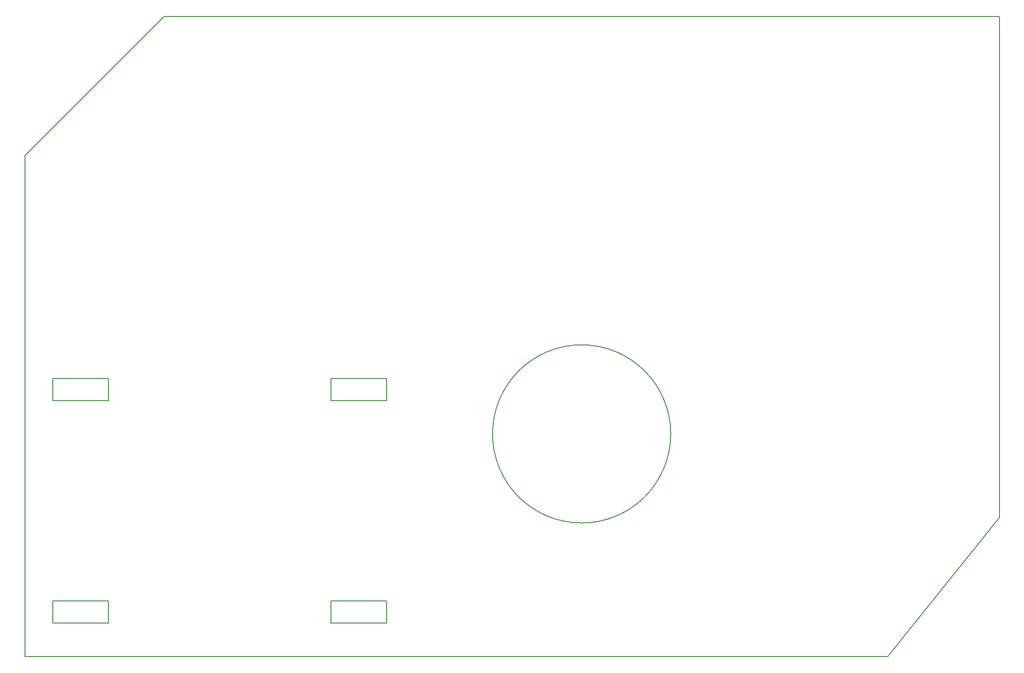
<source format=gm1>
G04 #@! TF.GenerationSoftware,KiCad,Pcbnew,5.0.0-rc2*
G04 #@! TF.CreationDate,2019-03-17T20:22:20-04:00*
G04 #@! TF.ProjectId,pcb,7063622E6B696361645F706362000000,rev?*
G04 #@! TF.SameCoordinates,Original*
G04 #@! TF.FileFunction,Profile,NP*
%FSLAX46Y46*%
G04 Gerber Fmt 4.6, Leading zero omitted, Abs format (unit mm)*
G04 Created by KiCad (PCBNEW 5.0.0-rc2) date Sun Mar 17 20:22:20 2019*
%MOMM*%
%LPD*%
G01*
G04 APERTURE LIST*
%ADD10C,0.152400*%
G04 APERTURE END LIST*
D10*
X230000000Y-140000000D02*
X230000000Y-144000000D01*
X240000000Y-144000000D02*
X240000000Y-140000000D01*
X240000000Y-140000000D02*
X230000000Y-140000000D01*
X230000000Y-144000000D02*
X240000000Y-144000000D01*
X240000000Y-184000000D02*
X240000000Y-180000000D01*
X240000000Y-180000000D02*
X230000000Y-180000000D01*
X230000000Y-184000000D02*
X240000000Y-184000000D01*
X230000000Y-180000000D02*
X230000000Y-184000000D01*
X180000000Y-184000000D02*
X190000000Y-184000000D01*
X190000000Y-184000000D02*
X190000000Y-180000000D01*
X180000000Y-180000000D02*
X180000000Y-184000000D01*
X190000000Y-180000000D02*
X180000000Y-180000000D01*
X190000000Y-140000000D02*
X180000000Y-140000000D01*
X190000000Y-144000000D02*
X190000000Y-140000000D01*
X180000000Y-144000000D02*
X190000000Y-144000000D01*
X180000000Y-140000000D02*
X180000000Y-144000000D01*
X291000000Y-150000000D02*
G75*
G03X291000000Y-150000000I-16000000J0D01*
G01*
X175000000Y-100000000D02*
X175000000Y-190000000D01*
X200000000Y-75000000D02*
X175000000Y-100000000D01*
X205000000Y-75000000D02*
X200000000Y-75000000D01*
X350000000Y-75000000D02*
X205000000Y-75000000D01*
X350000000Y-165000000D02*
X350000000Y-75000000D01*
X330000000Y-190000000D02*
X350000000Y-165000000D01*
X175000000Y-190000000D02*
X330000000Y-190000000D01*
M02*

</source>
